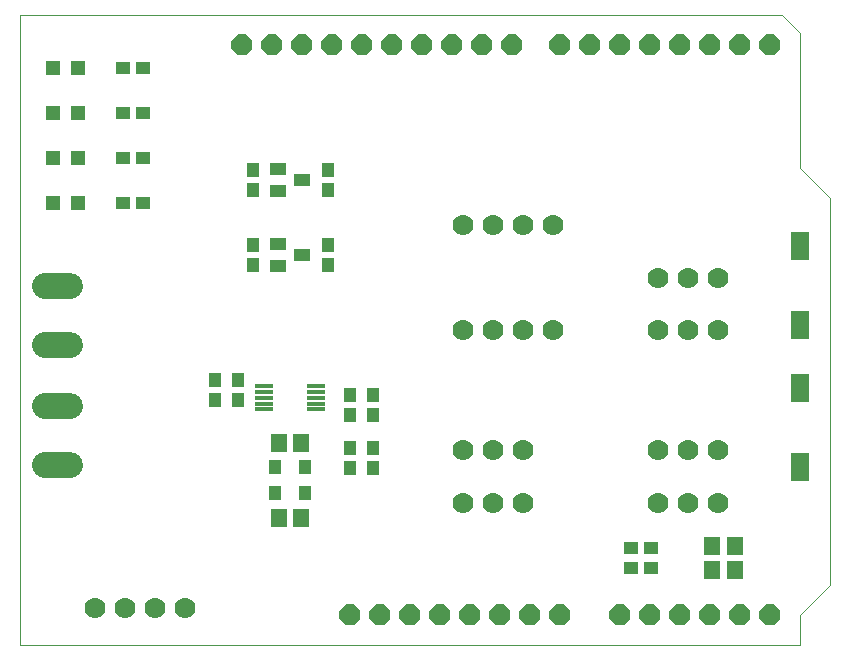
<source format=gts>
G75*
%MOIN*%
%OFA0B0*%
%FSLAX25Y25*%
%IPPOS*%
%LPD*%
%AMOC8*
5,1,8,0,0,1.08239X$1,22.5*
%
%ADD10C,0.00000*%
%ADD11R,0.05518X0.06306*%
%ADD12R,0.04337X0.05124*%
%ADD13R,0.06000X0.01500*%
%ADD14C,0.07000*%
%ADD15R,0.05124X0.05124*%
%ADD16R,0.05400X0.04337*%
%ADD17R,0.04337X0.04731*%
%ADD18R,0.04731X0.04337*%
%ADD19OC8,0.07000*%
%ADD20C,0.08668*%
%ADD21R,0.06306X0.09455*%
D10*
X0049300Y0076800D02*
X0049300Y0286800D01*
X0303300Y0286800D01*
X0309300Y0280800D01*
X0309300Y0235800D01*
X0319300Y0225800D01*
X0319300Y0096800D01*
X0309300Y0086800D01*
X0309300Y0076800D01*
X0049300Y0076800D01*
D11*
X0135560Y0119300D03*
X0143040Y0119300D03*
X0143040Y0144300D03*
X0135560Y0144300D03*
X0279935Y0109925D03*
X0287415Y0109925D03*
X0287415Y0101800D03*
X0279935Y0101800D03*
D12*
X0144300Y0127469D03*
X0144300Y0136131D03*
X0134300Y0136131D03*
X0134300Y0127469D03*
D13*
X0130700Y0155400D03*
X0130700Y0157300D03*
X0130700Y0159300D03*
X0130700Y0161300D03*
X0130700Y0163200D03*
X0147900Y0163200D03*
X0147900Y0161300D03*
X0147900Y0159300D03*
X0147900Y0157300D03*
X0147900Y0155400D03*
D14*
X0196800Y0141800D03*
X0206800Y0141800D03*
X0216800Y0141800D03*
X0216800Y0124300D03*
X0206800Y0124300D03*
X0196800Y0124300D03*
X0196800Y0181800D03*
X0206800Y0181800D03*
X0216800Y0181800D03*
X0226800Y0181800D03*
X0261800Y0181800D03*
X0271800Y0181800D03*
X0281800Y0181800D03*
X0281800Y0199300D03*
X0271800Y0199300D03*
X0261800Y0199300D03*
X0226800Y0216800D03*
X0216800Y0216800D03*
X0206800Y0216800D03*
X0196800Y0216800D03*
X0261800Y0141800D03*
X0271800Y0141800D03*
X0281800Y0141800D03*
X0281800Y0124300D03*
X0271800Y0124300D03*
X0261800Y0124300D03*
X0104300Y0089300D03*
X0094300Y0089300D03*
X0084300Y0089300D03*
X0074300Y0089300D03*
D15*
X0068434Y0224300D03*
X0060166Y0224300D03*
X0060166Y0239300D03*
X0068434Y0239300D03*
X0068434Y0254300D03*
X0060166Y0254300D03*
X0060166Y0269300D03*
X0068434Y0269300D03*
D16*
X0135363Y0235540D03*
X0143237Y0231800D03*
X0135363Y0228060D03*
X0135363Y0210540D03*
X0135363Y0203060D03*
X0143237Y0206800D03*
D17*
X0151800Y0203454D03*
X0151800Y0210146D03*
X0151800Y0228454D03*
X0151800Y0235146D03*
X0126800Y0235146D03*
X0126800Y0228454D03*
X0126800Y0210146D03*
X0126800Y0203454D03*
X0121800Y0165146D03*
X0121800Y0158454D03*
X0114300Y0158454D03*
X0114300Y0165146D03*
X0159300Y0160146D03*
X0159300Y0153454D03*
X0166800Y0153454D03*
X0166800Y0160146D03*
X0166800Y0142646D03*
X0166800Y0135954D03*
X0159300Y0135954D03*
X0159300Y0142646D03*
D18*
X0252829Y0109300D03*
X0259521Y0109300D03*
X0259521Y0102425D03*
X0252829Y0102425D03*
X0090146Y0224300D03*
X0083454Y0224300D03*
X0083454Y0239300D03*
X0090146Y0239300D03*
X0090146Y0254300D03*
X0083454Y0254300D03*
X0083454Y0269300D03*
X0090146Y0269300D03*
D19*
X0123300Y0276800D03*
X0133300Y0276800D03*
X0143300Y0276800D03*
X0153300Y0276800D03*
X0163300Y0276800D03*
X0173300Y0276800D03*
X0183300Y0276800D03*
X0193300Y0276800D03*
X0203300Y0276800D03*
X0213300Y0276800D03*
X0229300Y0276800D03*
X0239300Y0276800D03*
X0249300Y0276800D03*
X0259300Y0276800D03*
X0269300Y0276800D03*
X0279300Y0276800D03*
X0289300Y0276800D03*
X0299300Y0276800D03*
X0299300Y0086800D03*
X0289300Y0086800D03*
X0279300Y0086800D03*
X0269300Y0086800D03*
X0259300Y0086800D03*
X0249300Y0086800D03*
X0229300Y0086800D03*
X0219300Y0086800D03*
X0209300Y0086800D03*
X0199300Y0086800D03*
X0189300Y0086800D03*
X0179300Y0086800D03*
X0169300Y0086800D03*
X0159300Y0086800D03*
D20*
X0065934Y0136957D02*
X0057666Y0136957D01*
X0057666Y0156643D02*
X0065934Y0156643D01*
X0065934Y0176957D02*
X0057666Y0176957D01*
X0057666Y0196643D02*
X0065934Y0196643D01*
D21*
X0309300Y0183611D03*
X0309300Y0162489D03*
X0309300Y0136111D03*
X0309300Y0209989D03*
M02*

</source>
